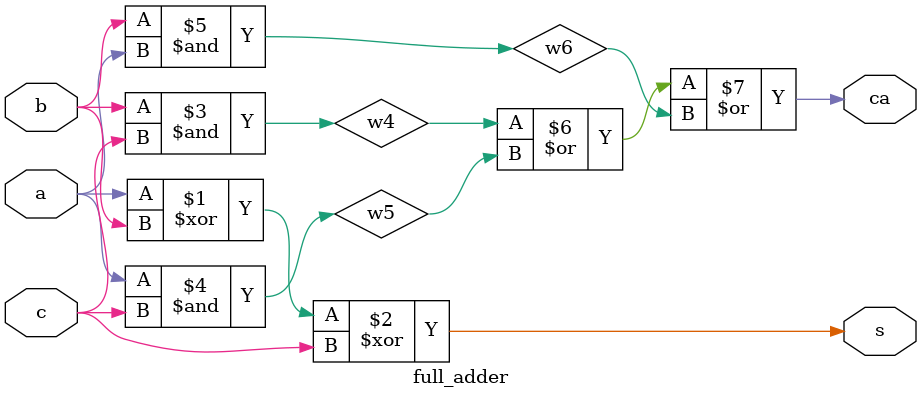
<source format=v>
module full_adder ( a,b,c,s,ca );
input a,b,c;
output  s,ca; //4 bit adder

wire w4, w5, w6;

xor (s, a, b, c);

and (w4, b,c);
and (w5, a,c);
and (w6, b,a);
or (ca, w4,w5,w6);

endmodule
</source>
